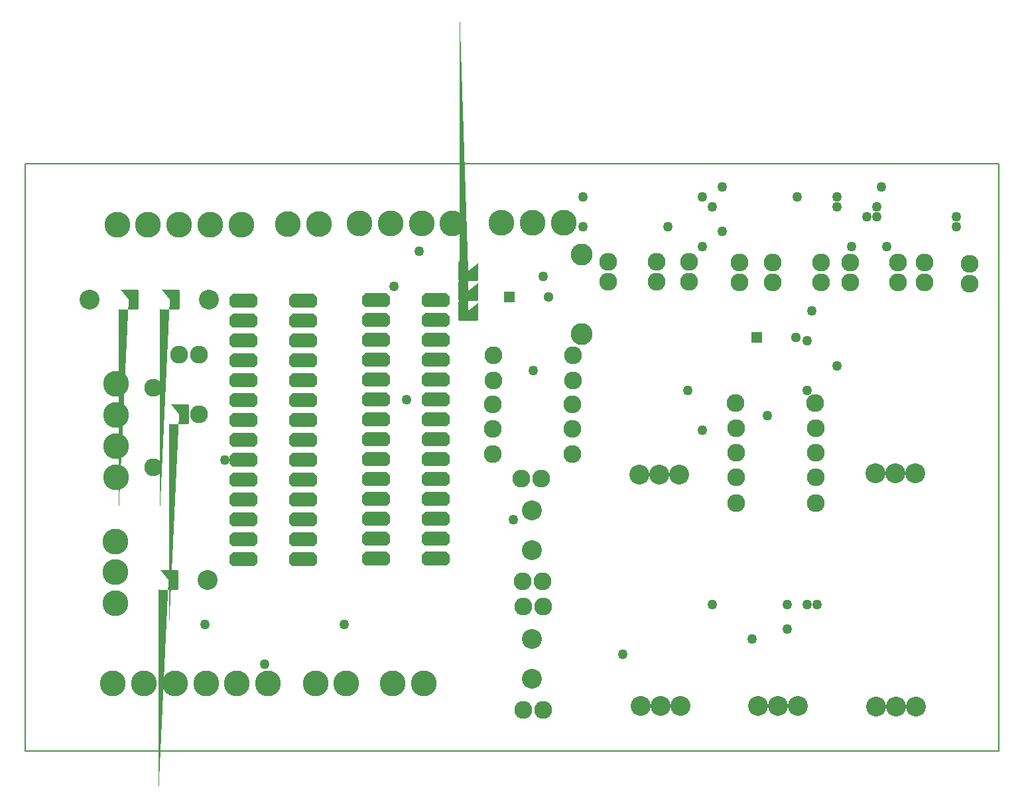
<source format=gbr>
G04 PROTEUS GERBER X2 FILE*
%TF.GenerationSoftware,Labcenter,Proteus,8.9-SP0-Build27865*%
%TF.CreationDate,2020-10-13T12:24:17+00:00*%
%TF.FileFunction,Soldermask,Bot*%
%TF.FilePolarity,Negative*%
%TF.Part,Single*%
%TF.SameCoordinates,{eb038a7c-90c0-4424-89c4-d0a3f05e8ce7}*%
%FSLAX45Y45*%
%MOMM*%
G01*
%TA.AperFunction,Material*%
%ADD72C,1.270000*%
%TA.AperFunction,Material*%
%ADD73C,3.302000*%
%AMPPAD027*
4,1,4,
-0.640000,0.640000,
0.640000,0.640000,
0.640000,-0.640000,
-0.640000,-0.640000,
-0.640000,0.640000,
0*%
%TA.AperFunction,Material*%
%ADD33PPAD027*%
%ADD34C,1.280000*%
%ADD35C,2.286000*%
%TA.AperFunction,Material*%
%ADD36C,2.540000*%
%AMPPAD031*
4,1,8,
-1.324410,0.889000,
1.324410,0.889000,
1.778000,0.435410,
1.778000,-0.435410,
1.324410,-0.889000,
-1.324410,-0.889000,
-1.778000,-0.435410,
-1.778000,0.435410,
-1.324410,0.889000,
0*%
%TA.AperFunction,Material*%
%ADD37PPAD031*%
%AMPPAD032*
4,1,68,
-1.016000,1.270000,
1.016000,1.270000,
1.042400,1.268720,
1.067930,1.264950,
1.092490,1.258800,
1.115960,1.250400,
1.138220,1.239870,
1.159150,1.227300,
1.178650,1.212840,
1.196580,1.196580,
1.212840,1.178640,
1.227300,1.159150,
1.239860,1.138220,
1.250400,1.115960,
1.258800,1.092490,
1.264950,1.067930,
1.268720,1.042400,
1.270000,1.016000,
1.270000,-1.016000,
1.268720,-1.042400,
1.264950,-1.067930,
1.258800,-1.092490,
1.250400,-1.115960,
1.239860,-1.138220,
1.227300,-1.159150,
1.212840,-1.178640,
1.196580,-1.196580,
1.178650,-1.212840,
1.159150,-1.227300,
1.138220,-1.239870,
1.115960,-1.250400,
1.092490,-1.258800,
1.067930,-1.264950,
1.042400,-1.268720,
1.016000,-1.270000,
-1.016000,-1.270000,
-1.042400,-1.268720,
-1.067930,-1.264950,
-1.092490,-1.258800,
-1.115960,-1.250400,
-1.138220,-1.239870,
-1.159150,-1.227300,
-1.178650,-1.212840,
-1.196580,-1.196580,
-1.212840,-1.178640,
-1.227300,-1.159150,
-1.239860,-1.138220,
-1.250400,-1.115960,
-1.258800,-1.092490,
-1.264950,-1.067930,
-1.268720,-1.042400,
-1.270000,-1.016000,
-1.270000,1.016000,
-1.268720,1.042400,
-1.264950,1.067930,
-1.258800,1.092490,
-1.250400,1.115960,
-1.239860,1.138220,
-1.227300,1.159150,
-1.212840,1.178640,
-1.196580,1.196580,
-1.178650,1.212840,
-1.159150,1.227300,
-1.138220,1.239870,
-1.115960,1.250400,
-1.092490,1.258800,
-1.067930,1.264950,
-1.042400,1.268720,
-1.016000,1.270000,
0*%
%TA.AperFunction,Material*%
%ADD38PPAD032*%
%AMPPAD033*
4,1,68,
1.270000,1.016000,
1.270000,-1.016000,
1.268720,-1.042400,
1.264950,-1.067930,
1.258800,-1.092490,
1.250400,-1.115960,
1.239870,-1.138220,
1.227300,-1.159150,
1.212840,-1.178650,
1.196580,-1.196580,
1.178640,-1.212840,
1.159150,-1.227300,
1.138220,-1.239860,
1.115960,-1.250400,
1.092490,-1.258800,
1.067930,-1.264950,
1.042400,-1.268720,
1.016000,-1.270000,
-1.016000,-1.270000,
-1.042400,-1.268720,
-1.067930,-1.264950,
-1.092490,-1.258800,
-1.115960,-1.250400,
-1.138220,-1.239860,
-1.159150,-1.227300,
-1.178640,-1.212840,
-1.196580,-1.196580,
-1.212840,-1.178650,
-1.227300,-1.159150,
-1.239870,-1.138220,
-1.250400,-1.115960,
-1.258800,-1.092490,
-1.264950,-1.067930,
-1.268720,-1.042400,
-1.270000,-1.016000,
-1.270000,1.016000,
-1.268720,1.042400,
-1.264950,1.067930,
-1.258800,1.092490,
-1.250400,1.115960,
-1.239870,1.138220,
-1.227300,1.159150,
-1.212840,1.178650,
-1.196580,1.196580,
-1.178640,1.212840,
-1.159150,1.227300,
-1.138220,1.239860,
-1.115960,1.250400,
-1.092490,1.258800,
-1.067930,1.264950,
-1.042400,1.268720,
-1.016000,1.270000,
1.016000,1.270000,
1.042400,1.268720,
1.067930,1.264950,
1.092490,1.258800,
1.115960,1.250400,
1.138220,1.239860,
1.159150,1.227300,
1.178640,1.212840,
1.196580,1.196580,
1.212840,1.178650,
1.227300,1.159150,
1.239870,1.138220,
1.250400,1.115960,
1.258800,1.092490,
1.264950,1.067930,
1.268720,1.042400,
1.270000,1.016000,
0*%
%TA.AperFunction,Material*%
%ADD39PPAD033*%
%TA.AperFunction,Material*%
%ADD40C,2.794000*%
%TA.AperFunction,Profile*%
%ADD23C,0.203200*%
%TD.AperFunction*%
D72*
X+1397000Y+7239000D03*
X+4381500Y+7302500D03*
X-4445000Y+1714500D03*
X+1143000Y+4699000D03*
X+2603500Y+2476500D03*
X+2476500Y+2476500D03*
X+2222500Y+2476500D03*
X+2222500Y+2159000D03*
X+1143000Y+7048500D03*
X-889000Y+6667500D03*
X-2476500Y+6985000D03*
X+2857500Y+5524500D03*
X-1016000Y+5461000D03*
X+3365500Y+7429500D03*
X+2476500Y+5842000D03*
X+2476500Y+5207000D03*
X+952500Y+5207000D03*
X+4381500Y+7429500D03*
X+3429000Y+7810500D03*
X+1397000Y+7810500D03*
X+3492500Y+7048500D03*
X-1270000Y+3556000D03*
X+698500Y+7302500D03*
X-381000Y+7302500D03*
X-381000Y+7683500D03*
X+127000Y+1841500D03*
X+1968500Y+4889500D03*
X+3048000Y+7048500D03*
X-3429000Y+2222500D03*
X-5207000Y+2222500D03*
X+1270000Y+2476500D03*
X+2349500Y+7683500D03*
X+1143000Y+7683500D03*
X+2540000Y+6223000D03*
X+3238500Y+7429500D03*
X+1778000Y+2032000D03*
X+2857500Y+7683500D03*
X+3365500Y+7556500D03*
X+2857500Y+7556500D03*
X+1270000Y+7556500D03*
X-4953000Y+4318000D03*
X-2794000Y+6540500D03*
X-2636520Y+5087620D03*
D73*
X-6329680Y+7322820D03*
X-5933440Y+7322820D03*
X-5537200Y+7322820D03*
X-5140960Y+7322820D03*
X-4744720Y+7322820D03*
X-3235960Y+7345680D03*
X-2839720Y+7345680D03*
X-2443480Y+7345680D03*
X-2047240Y+7345680D03*
X-4147820Y+7335520D03*
X-3751580Y+7335520D03*
X-4401820Y+1463040D03*
X-4798060Y+1463040D03*
X-5194300Y+1463040D03*
X-5590540Y+1463040D03*
X-5986780Y+1463040D03*
X-6383020Y+1463040D03*
X-3401060Y+1465580D03*
X-3797300Y+1465580D03*
X-2415540Y+1463040D03*
X-2811780Y+1463040D03*
X-6350000Y+2489200D03*
X-6350000Y+2885440D03*
X-6350000Y+3281680D03*
D33*
X+1838960Y+5887720D03*
D34*
X+2338960Y+5887720D03*
D35*
X-63500Y+6850380D03*
X-63500Y+6596380D03*
X+972820Y+6847840D03*
X+972820Y+6593840D03*
X+2037080Y+6586220D03*
X+2037080Y+6840220D03*
X+3027680Y+6842760D03*
X+3027680Y+6588760D03*
X+3977640Y+6591300D03*
X+3977640Y+6845300D03*
D36*
X+335280Y+4132580D03*
X+589280Y+4132580D03*
X+843280Y+4132580D03*
X+3860800Y+4147820D03*
X+3606800Y+4147820D03*
X+3352800Y+4147820D03*
X+350520Y+1181100D03*
X+604520Y+1181100D03*
X+858520Y+1181100D03*
X+1849120Y+1181100D03*
X+2103120Y+1181100D03*
X+2357120Y+1181100D03*
X+3868420Y+1173480D03*
X+3614420Y+1173480D03*
X+3360420Y+1173480D03*
D35*
X-1526540Y+5656580D03*
X-510540Y+5656580D03*
X-1529080Y+5334000D03*
X-513080Y+5334000D03*
X-1534160Y+5031740D03*
X-518160Y+5031740D03*
X-1536700Y+4719320D03*
X-520700Y+4719320D03*
X-1531620Y+4394200D03*
X-515620Y+4394200D03*
X+558800Y+6850380D03*
X+558800Y+6596380D03*
X+1615440Y+6588760D03*
X+1615440Y+6842760D03*
X+2656840Y+6591300D03*
X+2656840Y+6845300D03*
X+3637280Y+6591300D03*
X+3637280Y+6845300D03*
X+4556760Y+6576060D03*
X+4556760Y+6830060D03*
X+1564640Y+5049520D03*
X+2580640Y+5049520D03*
X+2585720Y+4729480D03*
X+1569720Y+4729480D03*
X+1572260Y+4411980D03*
X+2588260Y+4411980D03*
X+1572260Y+4097020D03*
X+2588260Y+4097020D03*
X+1577340Y+3771900D03*
X+2593340Y+3771900D03*
D37*
X-3022600Y+6360160D03*
X-3022600Y+6106160D03*
X-3022600Y+5852160D03*
X-3022600Y+5598160D03*
X-3022600Y+5344160D03*
X-3022600Y+5090160D03*
X-3022600Y+4836160D03*
X-3022600Y+4582160D03*
X-3022600Y+4328160D03*
X-3022600Y+4074160D03*
X-3022600Y+3820160D03*
X-3022600Y+3566160D03*
X-3022600Y+3312160D03*
X-3022600Y+3058160D03*
X-2260600Y+3058160D03*
X-2260600Y+3312160D03*
X-2260600Y+3566160D03*
X-2260600Y+3820160D03*
X-2260600Y+4074160D03*
X-2260600Y+4328160D03*
X-2260600Y+4582160D03*
X-2260600Y+4836160D03*
X-2260600Y+5090160D03*
X-2260600Y+5344160D03*
X-2260600Y+5598160D03*
X-2260600Y+5852160D03*
X-2260600Y+6106160D03*
X-2260600Y+6358160D03*
D36*
X-1031240Y+3680460D03*
X-1031240Y+3172460D03*
D35*
X-911860Y+4084320D03*
X-1165860Y+4084320D03*
X-901700Y+2771140D03*
X-1155700Y+2771140D03*
D37*
X-4714240Y+6354540D03*
X-4714240Y+6100540D03*
X-4714240Y+5846540D03*
X-4714240Y+5592540D03*
X-4714240Y+5338540D03*
X-4714240Y+5084540D03*
X-4714240Y+4830540D03*
X-4714240Y+4576540D03*
X-4714240Y+4322540D03*
X-4714240Y+4068540D03*
X-4714240Y+3814540D03*
X-4714240Y+3560540D03*
X-4714240Y+3306540D03*
X-4714240Y+3052540D03*
X-3952240Y+3052540D03*
X-3952240Y+3306540D03*
X-3952240Y+3560540D03*
X-3952240Y+3814540D03*
X-3952240Y+4068540D03*
X-3952240Y+4322540D03*
X-3952240Y+4576540D03*
X-3952240Y+4830540D03*
X-3952240Y+5084540D03*
X-3952240Y+5338540D03*
X-3952240Y+5592540D03*
X-3952240Y+5846540D03*
X-3952240Y+6100540D03*
X-3952240Y+6352540D03*
D36*
X-1033780Y+2034540D03*
X-1033780Y+1526540D03*
D35*
X-891540Y+2446020D03*
X-1145540Y+2446020D03*
X-886460Y+1127760D03*
X-1140460Y+1127760D03*
D38*
X-5539740Y+4902200D03*
D35*
X-5285740Y+4902200D03*
X-5285740Y+5664200D03*
X-5539740Y+5664200D03*
X-5872480Y+4224020D03*
X-5872480Y+5240020D03*
D73*
X-1422400Y+7348220D03*
X-1026160Y+7348220D03*
X-629920Y+7348220D03*
D39*
X-1844040Y+6736080D03*
X-1844040Y+6482080D03*
X-1844040Y+6228080D03*
D40*
X-398780Y+5930900D03*
X-398780Y+6946900D03*
D33*
X-1321880Y+6405880D03*
D34*
X-821880Y+6405880D03*
D38*
X-5673980Y+2783840D03*
D36*
X-5173980Y+2783840D03*
D38*
X-6184900Y+6365240D03*
D36*
X-6684900Y+6365240D03*
D38*
X-5653660Y+6365240D03*
D36*
X-5153660Y+6365240D03*
D73*
X-6339840Y+4102100D03*
X-6339840Y+4498340D03*
X-6339840Y+4894580D03*
X-6339840Y+5290820D03*
D23*
X-7503160Y+607060D02*
X+4927600Y+607060D01*
X+4927600Y+8105140D01*
X-7503160Y+8105140D01*
X-7503160Y+607060D01*
M02*

</source>
